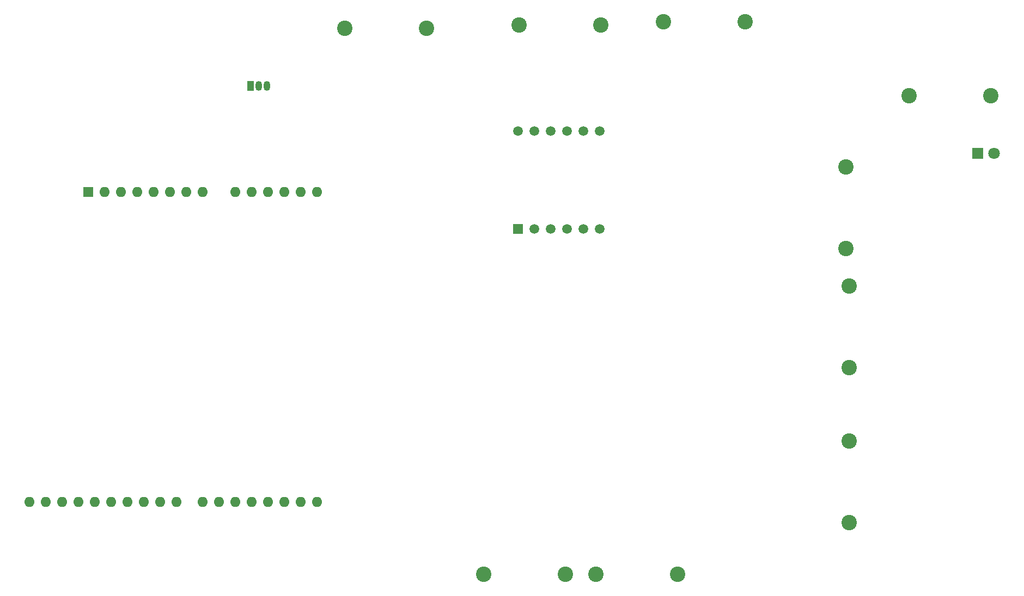
<source format=gbr>
%TF.GenerationSoftware,KiCad,Pcbnew,9.0.4*%
%TF.CreationDate,2025-12-30T13:48:10+01:00*%
%TF.ProjectId,Capteur_temperature,43617074-6575-4725-9f74-656d70657261,rev?*%
%TF.SameCoordinates,Original*%
%TF.FileFunction,Soldermask,Top*%
%TF.FilePolarity,Negative*%
%FSLAX46Y46*%
G04 Gerber Fmt 4.6, Leading zero omitted, Abs format (unit mm)*
G04 Created by KiCad (PCBNEW 9.0.4) date 2025-12-30 13:48:10*
%MOMM*%
%LPD*%
G01*
G04 APERTURE LIST*
%ADD10C,2.400000*%
%ADD11R,1.050000X1.500000*%
%ADD12O,1.050000X1.500000*%
%ADD13R,1.800000X1.800000*%
%ADD14C,1.800000*%
%ADD15R,1.600000X1.600000*%
%ADD16O,1.600000X1.600000*%
%ADD17R,1.500000X1.500000*%
%ADD18C,1.500000*%
G04 APERTURE END LIST*
D10*
%TO.C,RE1*%
X147850000Y-129500000D03*
X135150000Y-129500000D03*
%TD*%
%TO.C,RC1*%
X192000000Y-108800000D03*
X192000000Y-121500000D03*
%TD*%
D11*
%TO.C,U2*%
X98960000Y-53500000D03*
D12*
X100230000Y-53500000D03*
X101500000Y-53500000D03*
%TD*%
D10*
%TO.C,RLED1*%
X201300000Y-55000000D03*
X214000000Y-55000000D03*
%TD*%
D13*
%TO.C,D1*%
X211960000Y-64000000D03*
D14*
X214500000Y-64000000D03*
%TD*%
D10*
%TO.C,RF1*%
X126300000Y-44500000D03*
X113600000Y-44500000D03*
%TD*%
%TO.C,RG1*%
X153350000Y-44000000D03*
X140650000Y-44000000D03*
%TD*%
D15*
%TO.C,A1*%
X73720000Y-70000000D03*
D16*
X76260000Y-70000000D03*
X78800000Y-70000000D03*
X81340000Y-70000000D03*
X83880000Y-70000000D03*
X86420000Y-70000000D03*
X88960000Y-70000000D03*
X91500000Y-70000000D03*
X96580000Y-70000000D03*
X99120000Y-70000000D03*
X101660000Y-70000000D03*
X104200000Y-70000000D03*
X106740000Y-70000000D03*
X109280000Y-70000000D03*
X109280000Y-118260000D03*
X106740000Y-118260000D03*
X104200000Y-118260000D03*
X101660000Y-118260000D03*
X99120000Y-118260000D03*
X96580000Y-118260000D03*
X94040000Y-118260000D03*
X91500000Y-118260000D03*
X87440000Y-118260000D03*
X84900000Y-118260000D03*
X82360000Y-118260000D03*
X79820000Y-118260000D03*
X77280000Y-118260000D03*
X74740000Y-118260000D03*
X72200000Y-118260000D03*
X69660000Y-118260000D03*
X67120000Y-118260000D03*
X64580000Y-118260000D03*
%TD*%
D17*
%TO.C,U1*%
X140500000Y-75740000D03*
D18*
X143040000Y-75740000D03*
X145580000Y-75740000D03*
X148120000Y-75740000D03*
X150660000Y-75740000D03*
X153200000Y-75740000D03*
X153200000Y-60500000D03*
X150660000Y-60500000D03*
X148120000Y-60500000D03*
X145580000Y-60500000D03*
X143040000Y-60500000D03*
X140500000Y-60500000D03*
%TD*%
D10*
%TO.C,RD1*%
X165350000Y-129500000D03*
X152650000Y-129500000D03*
%TD*%
%TO.C,RB1*%
X192000000Y-84650000D03*
X192000000Y-97350000D03*
%TD*%
%TO.C,RA1*%
X191500000Y-66150000D03*
X191500000Y-78850000D03*
%TD*%
%TO.C,R_DP1*%
X175850000Y-43500000D03*
X163150000Y-43500000D03*
%TD*%
M02*

</source>
